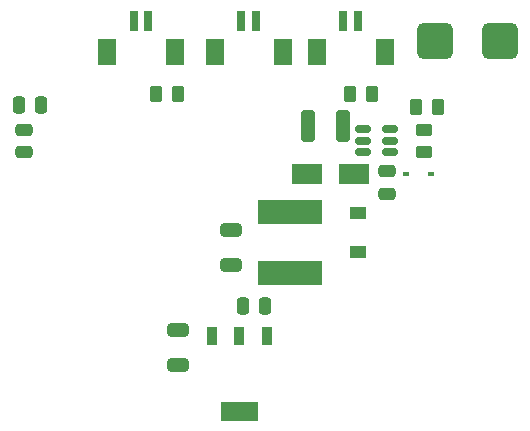
<source format=gbr>
%TF.GenerationSoftware,KiCad,Pcbnew,9.0.0*%
%TF.CreationDate,2025-03-31T19:53:22-05:00*%
%TF.ProjectId,HASP_Power_System,48415350-5f50-46f7-9765-725f53797374,rev?*%
%TF.SameCoordinates,Original*%
%TF.FileFunction,Paste,Top*%
%TF.FilePolarity,Positive*%
%FSLAX46Y46*%
G04 Gerber Fmt 4.6, Leading zero omitted, Abs format (unit mm)*
G04 Created by KiCad (PCBNEW 9.0.0) date 2025-03-31 19:53:22*
%MOMM*%
%LPD*%
G01*
G04 APERTURE LIST*
G04 Aperture macros list*
%AMRoundRect*
0 Rectangle with rounded corners*
0 $1 Rounding radius*
0 $2 $3 $4 $5 $6 $7 $8 $9 X,Y pos of 4 corners*
0 Add a 4 corners polygon primitive as box body*
4,1,4,$2,$3,$4,$5,$6,$7,$8,$9,$2,$3,0*
0 Add four circle primitives for the rounded corners*
1,1,$1+$1,$2,$3*
1,1,$1+$1,$4,$5*
1,1,$1+$1,$6,$7*
1,1,$1+$1,$8,$9*
0 Add four rect primitives between the rounded corners*
20,1,$1+$1,$2,$3,$4,$5,0*
20,1,$1+$1,$4,$5,$6,$7,0*
20,1,$1+$1,$6,$7,$8,$9,0*
20,1,$1+$1,$8,$9,$2,$3,0*%
G04 Aperture macros list end*
%ADD10C,0.000000*%
%ADD11RoundRect,0.250000X-0.262500X-0.450000X0.262500X-0.450000X0.262500X0.450000X-0.262500X0.450000X0*%
%ADD12R,5.520000X2.000000*%
%ADD13RoundRect,0.250000X-0.475000X0.250000X-0.475000X-0.250000X0.475000X-0.250000X0.475000X0.250000X0*%
%ADD14RoundRect,0.250000X0.250000X0.475000X-0.250000X0.475000X-0.250000X-0.475000X0.250000X-0.475000X0*%
%ADD15RoundRect,0.250000X0.650000X-0.325000X0.650000X0.325000X-0.650000X0.325000X-0.650000X-0.325000X0*%
%ADD16R,0.700000X1.800000*%
%ADD17R,1.600000X2.200000*%
%ADD18R,2.500000X1.700000*%
%ADD19RoundRect,0.150000X0.512500X0.150000X-0.512500X0.150000X-0.512500X-0.150000X0.512500X-0.150000X0*%
%ADD20RoundRect,0.250000X0.325000X1.100000X-0.325000X1.100000X-0.325000X-1.100000X0.325000X-1.100000X0*%
%ADD21R,0.838200X1.600200*%
%ADD22RoundRect,0.250000X-0.650000X0.325000X-0.650000X-0.325000X0.650000X-0.325000X0.650000X0.325000X0*%
%ADD23RoundRect,0.450000X-1.050000X-1.050000X1.050000X-1.050000X1.050000X1.050000X-1.050000X1.050000X0*%
%ADD24R,0.600000X0.450000*%
%ADD25R,1.400000X1.000000*%
%ADD26RoundRect,0.250000X0.450000X-0.262500X0.450000X0.262500X-0.450000X0.262500X-0.450000X-0.262500X0*%
G04 APERTURE END LIST*
D10*
%TO.C,U2*%
G36*
X161774800Y-101181126D02*
G01*
X158625200Y-101181126D01*
X158625200Y-99580926D01*
X161774800Y-99580926D01*
X161774800Y-101181126D01*
G37*
%TD*%
D11*
%TO.C,R3*%
X153175000Y-73500000D03*
X155000000Y-73500000D03*
%TD*%
D12*
%TO.C,C3*%
X164500000Y-88706000D03*
X164500000Y-83500000D03*
%TD*%
D13*
%TO.C,C2*%
X172719400Y-80049800D03*
X172719400Y-81949800D03*
%TD*%
D14*
%TO.C,C7*%
X143400000Y-74475662D03*
X141500000Y-74475662D03*
%TD*%
%TO.C,C5*%
X162400000Y-91500000D03*
X160500000Y-91500000D03*
%TD*%
D15*
%TO.C,C4*%
X159500000Y-87975000D03*
X159500000Y-85025000D03*
%TD*%
D16*
%TO.C,J7*%
X160375000Y-67300000D03*
X161625000Y-67300000D03*
D17*
X158125000Y-70000000D03*
X163875000Y-70000000D03*
%TD*%
D18*
%TO.C,D1*%
X169894400Y-80264800D03*
X165894400Y-80264800D03*
%TD*%
D11*
%TO.C,R4*%
X169587500Y-73500000D03*
X171412500Y-73500000D03*
%TD*%
%TO.C,R2*%
X175156900Y-74599800D03*
X176981900Y-74599800D03*
%TD*%
D19*
%TO.C,U1*%
X172963100Y-78415200D03*
X172963100Y-77465200D03*
X172963100Y-76515200D03*
X170688100Y-76515200D03*
X170688100Y-77465200D03*
X170688100Y-78415200D03*
%TD*%
D20*
%TO.C,C1*%
X168944200Y-76253400D03*
X165994200Y-76253400D03*
%TD*%
D21*
%TO.C,U2*%
X162500000Y-93980226D03*
X160200000Y-93980226D03*
X157900000Y-93980226D03*
%TD*%
D22*
%TO.C,C6*%
X155000000Y-93525000D03*
X155000000Y-96475000D03*
%TD*%
D23*
%TO.C,J16*%
X176750000Y-69000000D03*
X182250000Y-69000000D03*
%TD*%
D24*
%TO.C,D2*%
X174313600Y-80311800D03*
X176413600Y-80311800D03*
%TD*%
D16*
%TO.C,J3*%
X168995000Y-67300000D03*
X170245000Y-67300000D03*
D17*
X166745000Y-70000000D03*
X172495000Y-70000000D03*
%TD*%
D25*
%TO.C,L1*%
X170227879Y-83635396D03*
X170227879Y-86935396D03*
%TD*%
D26*
%TO.C,R1*%
X175871600Y-78430300D03*
X175871600Y-76605300D03*
%TD*%
D13*
%TO.C,C8*%
X142000000Y-76550000D03*
X142000000Y-78450000D03*
%TD*%
D16*
%TO.C,J2*%
X151250000Y-67300000D03*
X152500000Y-67300000D03*
D17*
X149000000Y-70000000D03*
X154750000Y-70000000D03*
%TD*%
M02*

</source>
